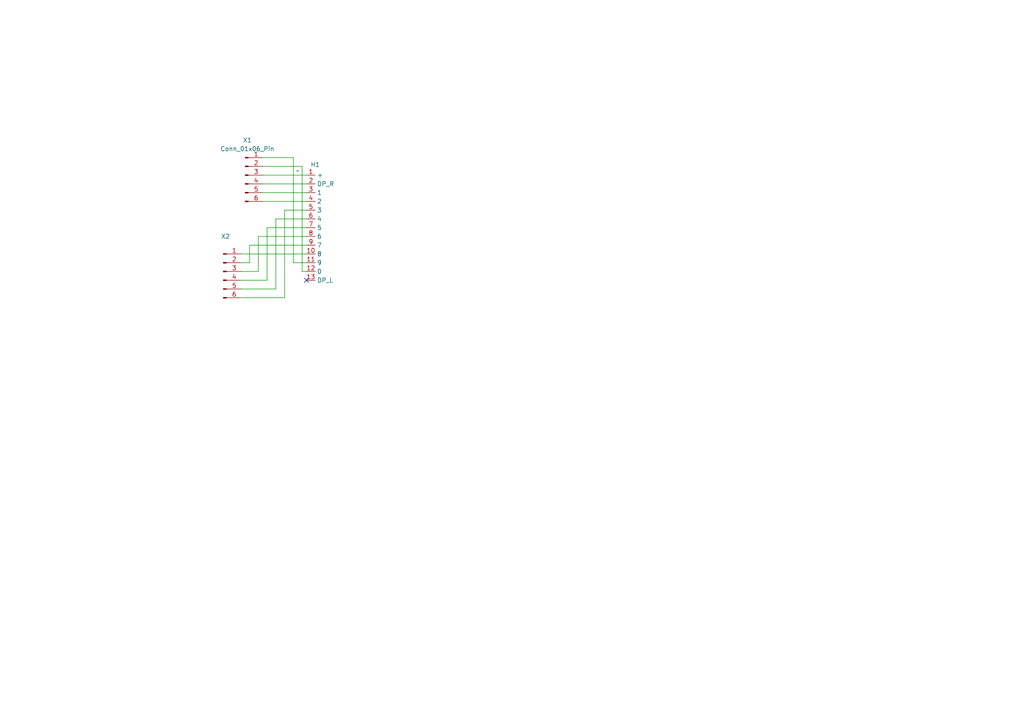
<source format=kicad_sch>
(kicad_sch (version 20231120) (generator "eeschema") (generator_version "8.0")
  (paper "A4")
  (lib_symbols
    (symbol "Connector:Conn_01x06_Pin" (pin_names (offset 1.016) hide)
      (property "Reference" "J" (at 0 7.62 0))
      (property "Value" "Conn_01x06_Pin" (at 0 -10.16 0))
      (symbol "Conn_01x06_Pin_1_1"
        (polyline (pts (xy 1.27 -7.62) (xy 0.8636 -7.62)) (stroke (width 0.1524)))
        (polyline (pts (xy 1.27 -5.08) (xy 0.8636 -5.08)) (stroke (width 0.1524)))
        (polyline (pts (xy 1.27 -2.54) (xy 0.8636 -2.54)) (stroke (width 0.1524)))
        (polyline (pts (xy 1.27 0) (xy 0.8636 0)) (stroke (width 0.1524)))
        (polyline (pts (xy 1.27 2.54) (xy 0.8636 2.54)) (stroke (width 0.1524)))
        (polyline (pts (xy 1.27 5.08) (xy 0.8636 5.08)) (stroke (width 0.1524)))
        (rectangle (start 0.8636 -7.493) (end 0 -7.747) (stroke (width 0.1524)) (fill (type outline)))
        (rectangle (start 0.8636 -4.953) (end 0 -5.207) (stroke (width 0.1524)) (fill (type outline)))
        (rectangle (start 0.8636 -2.413) (end 0 -2.667) (stroke (width 0.1524)) (fill (type outline)))
        (rectangle (start 0.8636 0.127) (end 0 -0.127) (stroke (width 0.1524)) (fill (type outline)))
        (rectangle (start 0.8636 2.667) (end 0 2.413) (stroke (width 0.1524)) (fill (type outline)))
        (rectangle (start 0.8636 5.207) (end 0 4.953) (stroke (width 0.1524)) (fill (type outline)))
        (pin passive line (at 5.08 5.08 180) (length 3.81) (name "Pin_1") (number "1"))
        (pin passive line (at 5.08 2.54 180) (length 3.81) (name "Pin_2") (number "2"))
        (pin passive line (at 5.08 0 180) (length 3.81) (name "Pin_3") (number "3"))
        (pin passive line (at 5.08 -2.54 180) (length 3.81) (name "Pin_4") (number "4"))
        (pin passive line (at 5.08 -5.08 180) (length 3.81) (name "Pin_5") (number "5"))
        (pin passive line (at 5.08 -7.62 180) (length 3.81) (name "Pin_6") (number "6"))
      )
    )
    (symbol "Nixie:IN-14"
      (property "Reference" "H" (at 17.526 4.318 0))
      (symbol "IN-14_1_1"
        (pin input line (at 17.78 1.27 0) (length 2.54) (name "+") (number "1"))
        (pin output line (at 17.78 -21.59 0) (length 2.54) (name "8") (number "10"))
        (pin output line (at 17.78 -24.13 0) (length 2.54) (name "9") (number "11"))
        (pin output line (at 17.78 -26.67 0) (length 2.54) (name "0") (number "12"))
        (pin output line (at 17.78 -29.21 0) (length 2.54) (name "DP_L") (number "13"))
        (pin output line (at 17.78 -1.27 0) (length 2.54) (name "DP_R") (number "2"))
        (pin output line (at 17.78 -3.81 0) (length 2.54) (name "1") (number "3"))
        (pin output line (at 17.78 -6.35 0) (length 2.54) (name "2") (number "4"))
        (pin output line (at 17.78 -8.89 0) (length 2.54) (name "3") (number "5"))
        (pin output line (at 17.78 -11.43 0) (length 2.54) (name "4") (number "6"))
        (pin output line (at 17.78 -13.97 0) (length 2.54) (name "5") (number "7"))
        (pin output line (at 17.78 -16.51 0) (length 2.54) (name "6") (number "8"))
        (pin output line (at 17.78 -19.05 0) (length 2.54) (name "7") (number "9"))
      )
    )
  )
  (no_connect (at 88.9 81.28))
  (wire (pts (xy 82.55 60.96) (xy 82.55 86.36)))
  (wire (pts (xy 72.39 71.12) (xy 72.39 76.2)))
  (wire (pts (xy 88.9 68.58) (xy 74.93 68.58)))
  (wire (pts (xy 88.9 60.96) (xy 82.55 60.96)))
  (wire (pts (xy 87.63 78.74) (xy 87.63 48.26)))
  (wire (pts (xy 87.63 78.74) (xy 88.9 78.74)))
  (wire (pts (xy 74.93 78.74) (xy 69.85 78.74)))
  (wire (pts (xy 77.47 66.04) (xy 77.47 81.28)))
  (wire (pts (xy 76.2 53.34) (xy 88.9 53.34)))
  (wire (pts (xy 69.85 81.28) (xy 77.47 81.28)))
  (wire (pts (xy 76.2 55.88) (xy 88.9 55.88)))
  (wire (pts (xy 88.9 66.04) (xy 77.47 66.04)))
  (wire (pts (xy 87.63 48.26) (xy 76.2 48.26)))
  (wire (pts (xy 74.93 68.58) (xy 74.93 78.74)))
  (wire (pts (xy 80.01 83.82) (xy 69.85 83.82)))
  (wire (pts (xy 88.9 63.5) (xy 80.01 63.5)))
  (wire (pts (xy 85.09 45.72) (xy 76.2 45.72)))
  (wire (pts (xy 88.9 76.2) (xy 85.09 76.2)))
  (wire (pts (xy 76.2 50.8) (xy 88.9 50.8)))
  (wire (pts (xy 76.2 58.42) (xy 88.9 58.42)))
  (wire (pts (xy 69.85 73.66) (xy 88.9 73.66)))
  (wire (pts (xy 72.39 71.12) (xy 88.9 71.12)))
  (wire (pts (xy 72.39 76.2) (xy 69.85 76.2)))
  (wire (pts (xy 85.09 45.72) (xy 85.09 76.2)))
  (wire (pts (xy 82.55 86.36) (xy 69.85 86.36)))
  (wire (pts (xy 80.01 63.5) (xy 80.01 83.82)))
  (symbol (lib_id "Nixie:IN-14") (at 71.12 52.07 0) (unit 1)
    (property "Reference" "H1" (at 91.44 47.752 0))
    (property "Value" "~" (at 86.36 49.53 0))
    (property "Footprint" "Nixie:Gazotron IN-14" (effects (hide yes)))
  )
  (symbol (lib_id "Connector:Conn_01x06_Pin") (at 64.77 78.74 0) (unit 1)
    (property "Reference" "X2" (at 65.405 68.58 0))
    (property "Value" "Conn_01x06_Pin" (effects (hide yes)))
    (property "Footprint" "Nixie:Pinbar_1-6-m-b" (effects (hide yes)))
    (property "Description" "Generic connector, single row, 01x06, script generated" (effects (hide yes)))
  )
  (symbol (lib_id "Connector:Conn_01x06_Pin") (at 71.12 50.8 0) (unit 1)
    (property "Reference" "X1" (at 71.755 40.64 0))
    (property "Value" "Conn_01x06_Pin" (at 71.755 43.18 0))
    (property "Footprint" "Nixie:Pinbar_1-6-m-a" (effects (hide yes)))
    (property "Description" "Generic connector, single row, 01x06, script generated" (effects (hide yes)))
  )
)
</source>
